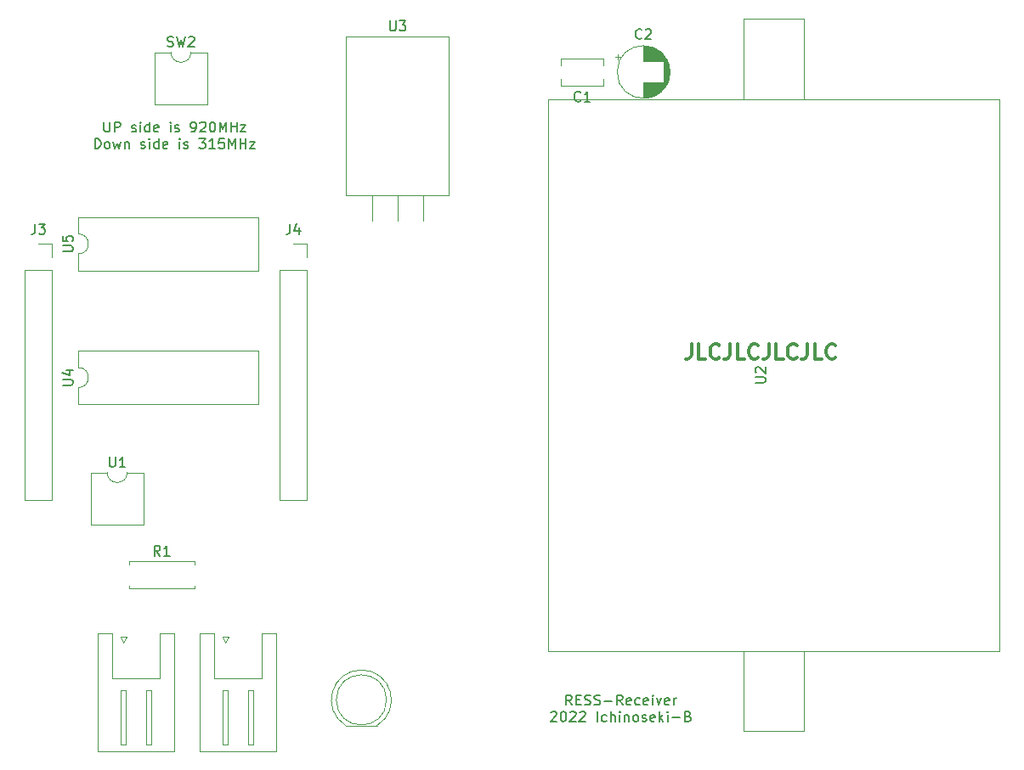
<source format=gbr>
%TF.GenerationSoftware,KiCad,Pcbnew,(5.1.9)-1*%
%TF.CreationDate,2022-08-08T16:35:08+09:00*%
%TF.ProjectId,Receiver,52656365-6976-4657-922e-6b696361645f,rev?*%
%TF.SameCoordinates,Original*%
%TF.FileFunction,Legend,Top*%
%TF.FilePolarity,Positive*%
%FSLAX46Y46*%
G04 Gerber Fmt 4.6, Leading zero omitted, Abs format (unit mm)*
G04 Created by KiCad (PCBNEW (5.1.9)-1) date 2022-08-08 16:35:08*
%MOMM*%
%LPD*%
G01*
G04 APERTURE LIST*
%ADD10C,0.150000*%
%ADD11C,0.300000*%
%ADD12C,0.120000*%
G04 APERTURE END LIST*
D10*
X111086190Y-90067380D02*
X111086190Y-90876904D01*
X111133809Y-90972142D01*
X111181428Y-91019761D01*
X111276666Y-91067380D01*
X111467142Y-91067380D01*
X111562380Y-91019761D01*
X111610000Y-90972142D01*
X111657619Y-90876904D01*
X111657619Y-90067380D01*
X112133809Y-91067380D02*
X112133809Y-90067380D01*
X112514761Y-90067380D01*
X112610000Y-90115000D01*
X112657619Y-90162619D01*
X112705238Y-90257857D01*
X112705238Y-90400714D01*
X112657619Y-90495952D01*
X112610000Y-90543571D01*
X112514761Y-90591190D01*
X112133809Y-90591190D01*
X113848095Y-91019761D02*
X113943333Y-91067380D01*
X114133809Y-91067380D01*
X114229047Y-91019761D01*
X114276666Y-90924523D01*
X114276666Y-90876904D01*
X114229047Y-90781666D01*
X114133809Y-90734047D01*
X113990952Y-90734047D01*
X113895714Y-90686428D01*
X113848095Y-90591190D01*
X113848095Y-90543571D01*
X113895714Y-90448333D01*
X113990952Y-90400714D01*
X114133809Y-90400714D01*
X114229047Y-90448333D01*
X114705238Y-91067380D02*
X114705238Y-90400714D01*
X114705238Y-90067380D02*
X114657619Y-90115000D01*
X114705238Y-90162619D01*
X114752857Y-90115000D01*
X114705238Y-90067380D01*
X114705238Y-90162619D01*
X115610000Y-91067380D02*
X115610000Y-90067380D01*
X115610000Y-91019761D02*
X115514761Y-91067380D01*
X115324285Y-91067380D01*
X115229047Y-91019761D01*
X115181428Y-90972142D01*
X115133809Y-90876904D01*
X115133809Y-90591190D01*
X115181428Y-90495952D01*
X115229047Y-90448333D01*
X115324285Y-90400714D01*
X115514761Y-90400714D01*
X115610000Y-90448333D01*
X116467142Y-91019761D02*
X116371904Y-91067380D01*
X116181428Y-91067380D01*
X116086190Y-91019761D01*
X116038571Y-90924523D01*
X116038571Y-90543571D01*
X116086190Y-90448333D01*
X116181428Y-90400714D01*
X116371904Y-90400714D01*
X116467142Y-90448333D01*
X116514761Y-90543571D01*
X116514761Y-90638809D01*
X116038571Y-90734047D01*
X117705238Y-91067380D02*
X117705238Y-90400714D01*
X117705238Y-90067380D02*
X117657619Y-90115000D01*
X117705238Y-90162619D01*
X117752857Y-90115000D01*
X117705238Y-90067380D01*
X117705238Y-90162619D01*
X118133809Y-91019761D02*
X118229047Y-91067380D01*
X118419523Y-91067380D01*
X118514761Y-91019761D01*
X118562380Y-90924523D01*
X118562380Y-90876904D01*
X118514761Y-90781666D01*
X118419523Y-90734047D01*
X118276666Y-90734047D01*
X118181428Y-90686428D01*
X118133809Y-90591190D01*
X118133809Y-90543571D01*
X118181428Y-90448333D01*
X118276666Y-90400714D01*
X118419523Y-90400714D01*
X118514761Y-90448333D01*
X119800476Y-91067380D02*
X119990952Y-91067380D01*
X120086190Y-91019761D01*
X120133809Y-90972142D01*
X120229047Y-90829285D01*
X120276666Y-90638809D01*
X120276666Y-90257857D01*
X120229047Y-90162619D01*
X120181428Y-90115000D01*
X120086190Y-90067380D01*
X119895714Y-90067380D01*
X119800476Y-90115000D01*
X119752857Y-90162619D01*
X119705238Y-90257857D01*
X119705238Y-90495952D01*
X119752857Y-90591190D01*
X119800476Y-90638809D01*
X119895714Y-90686428D01*
X120086190Y-90686428D01*
X120181428Y-90638809D01*
X120229047Y-90591190D01*
X120276666Y-90495952D01*
X120657619Y-90162619D02*
X120705238Y-90115000D01*
X120800476Y-90067380D01*
X121038571Y-90067380D01*
X121133809Y-90115000D01*
X121181428Y-90162619D01*
X121229047Y-90257857D01*
X121229047Y-90353095D01*
X121181428Y-90495952D01*
X120610000Y-91067380D01*
X121229047Y-91067380D01*
X121848095Y-90067380D02*
X121943333Y-90067380D01*
X122038571Y-90115000D01*
X122086190Y-90162619D01*
X122133809Y-90257857D01*
X122181428Y-90448333D01*
X122181428Y-90686428D01*
X122133809Y-90876904D01*
X122086190Y-90972142D01*
X122038571Y-91019761D01*
X121943333Y-91067380D01*
X121848095Y-91067380D01*
X121752857Y-91019761D01*
X121705238Y-90972142D01*
X121657619Y-90876904D01*
X121610000Y-90686428D01*
X121610000Y-90448333D01*
X121657619Y-90257857D01*
X121705238Y-90162619D01*
X121752857Y-90115000D01*
X121848095Y-90067380D01*
X122610000Y-91067380D02*
X122610000Y-90067380D01*
X122943333Y-90781666D01*
X123276666Y-90067380D01*
X123276666Y-91067380D01*
X123752857Y-91067380D02*
X123752857Y-90067380D01*
X123752857Y-90543571D02*
X124324285Y-90543571D01*
X124324285Y-91067380D02*
X124324285Y-90067380D01*
X124705238Y-90400714D02*
X125229047Y-90400714D01*
X124705238Y-91067380D01*
X125229047Y-91067380D01*
X110181428Y-92717380D02*
X110181428Y-91717380D01*
X110419523Y-91717380D01*
X110562380Y-91765000D01*
X110657619Y-91860238D01*
X110705238Y-91955476D01*
X110752857Y-92145952D01*
X110752857Y-92288809D01*
X110705238Y-92479285D01*
X110657619Y-92574523D01*
X110562380Y-92669761D01*
X110419523Y-92717380D01*
X110181428Y-92717380D01*
X111324285Y-92717380D02*
X111229047Y-92669761D01*
X111181428Y-92622142D01*
X111133809Y-92526904D01*
X111133809Y-92241190D01*
X111181428Y-92145952D01*
X111229047Y-92098333D01*
X111324285Y-92050714D01*
X111467142Y-92050714D01*
X111562380Y-92098333D01*
X111610000Y-92145952D01*
X111657619Y-92241190D01*
X111657619Y-92526904D01*
X111610000Y-92622142D01*
X111562380Y-92669761D01*
X111467142Y-92717380D01*
X111324285Y-92717380D01*
X111990952Y-92050714D02*
X112181428Y-92717380D01*
X112371904Y-92241190D01*
X112562380Y-92717380D01*
X112752857Y-92050714D01*
X113133809Y-92050714D02*
X113133809Y-92717380D01*
X113133809Y-92145952D02*
X113181428Y-92098333D01*
X113276666Y-92050714D01*
X113419523Y-92050714D01*
X113514761Y-92098333D01*
X113562380Y-92193571D01*
X113562380Y-92717380D01*
X114752857Y-92669761D02*
X114848095Y-92717380D01*
X115038571Y-92717380D01*
X115133809Y-92669761D01*
X115181428Y-92574523D01*
X115181428Y-92526904D01*
X115133809Y-92431666D01*
X115038571Y-92384047D01*
X114895714Y-92384047D01*
X114800476Y-92336428D01*
X114752857Y-92241190D01*
X114752857Y-92193571D01*
X114800476Y-92098333D01*
X114895714Y-92050714D01*
X115038571Y-92050714D01*
X115133809Y-92098333D01*
X115610000Y-92717380D02*
X115610000Y-92050714D01*
X115610000Y-91717380D02*
X115562380Y-91765000D01*
X115610000Y-91812619D01*
X115657619Y-91765000D01*
X115610000Y-91717380D01*
X115610000Y-91812619D01*
X116514761Y-92717380D02*
X116514761Y-91717380D01*
X116514761Y-92669761D02*
X116419523Y-92717380D01*
X116229047Y-92717380D01*
X116133809Y-92669761D01*
X116086190Y-92622142D01*
X116038571Y-92526904D01*
X116038571Y-92241190D01*
X116086190Y-92145952D01*
X116133809Y-92098333D01*
X116229047Y-92050714D01*
X116419523Y-92050714D01*
X116514761Y-92098333D01*
X117371904Y-92669761D02*
X117276666Y-92717380D01*
X117086190Y-92717380D01*
X116990952Y-92669761D01*
X116943333Y-92574523D01*
X116943333Y-92193571D01*
X116990952Y-92098333D01*
X117086190Y-92050714D01*
X117276666Y-92050714D01*
X117371904Y-92098333D01*
X117419523Y-92193571D01*
X117419523Y-92288809D01*
X116943333Y-92384047D01*
X118610000Y-92717380D02*
X118610000Y-92050714D01*
X118610000Y-91717380D02*
X118562380Y-91765000D01*
X118610000Y-91812619D01*
X118657619Y-91765000D01*
X118610000Y-91717380D01*
X118610000Y-91812619D01*
X119038571Y-92669761D02*
X119133809Y-92717380D01*
X119324285Y-92717380D01*
X119419523Y-92669761D01*
X119467142Y-92574523D01*
X119467142Y-92526904D01*
X119419523Y-92431666D01*
X119324285Y-92384047D01*
X119181428Y-92384047D01*
X119086190Y-92336428D01*
X119038571Y-92241190D01*
X119038571Y-92193571D01*
X119086190Y-92098333D01*
X119181428Y-92050714D01*
X119324285Y-92050714D01*
X119419523Y-92098333D01*
X120562380Y-91717380D02*
X121181428Y-91717380D01*
X120848095Y-92098333D01*
X120990952Y-92098333D01*
X121086190Y-92145952D01*
X121133809Y-92193571D01*
X121181428Y-92288809D01*
X121181428Y-92526904D01*
X121133809Y-92622142D01*
X121086190Y-92669761D01*
X120990952Y-92717380D01*
X120705238Y-92717380D01*
X120610000Y-92669761D01*
X120562380Y-92622142D01*
X122133809Y-92717380D02*
X121562380Y-92717380D01*
X121848095Y-92717380D02*
X121848095Y-91717380D01*
X121752857Y-91860238D01*
X121657619Y-91955476D01*
X121562380Y-92003095D01*
X123038571Y-91717380D02*
X122562380Y-91717380D01*
X122514761Y-92193571D01*
X122562380Y-92145952D01*
X122657619Y-92098333D01*
X122895714Y-92098333D01*
X122990952Y-92145952D01*
X123038571Y-92193571D01*
X123086190Y-92288809D01*
X123086190Y-92526904D01*
X123038571Y-92622142D01*
X122990952Y-92669761D01*
X122895714Y-92717380D01*
X122657619Y-92717380D01*
X122562380Y-92669761D01*
X122514761Y-92622142D01*
X123514761Y-92717380D02*
X123514761Y-91717380D01*
X123848095Y-92431666D01*
X124181428Y-91717380D01*
X124181428Y-92717380D01*
X124657619Y-92717380D02*
X124657619Y-91717380D01*
X124657619Y-92193571D02*
X125229047Y-92193571D01*
X125229047Y-92717380D02*
X125229047Y-91717380D01*
X125609999Y-92050714D02*
X126133809Y-92050714D01*
X125609999Y-92717380D01*
X126133809Y-92717380D01*
D11*
X169601428Y-112208571D02*
X169601428Y-113280000D01*
X169530000Y-113494285D01*
X169387142Y-113637142D01*
X169172857Y-113708571D01*
X169030000Y-113708571D01*
X171030000Y-113708571D02*
X170315714Y-113708571D01*
X170315714Y-112208571D01*
X172387142Y-113565714D02*
X172315714Y-113637142D01*
X172101428Y-113708571D01*
X171958571Y-113708571D01*
X171744285Y-113637142D01*
X171601428Y-113494285D01*
X171530000Y-113351428D01*
X171458571Y-113065714D01*
X171458571Y-112851428D01*
X171530000Y-112565714D01*
X171601428Y-112422857D01*
X171744285Y-112280000D01*
X171958571Y-112208571D01*
X172101428Y-112208571D01*
X172315714Y-112280000D01*
X172387142Y-112351428D01*
X173458571Y-112208571D02*
X173458571Y-113280000D01*
X173387142Y-113494285D01*
X173244285Y-113637142D01*
X173030000Y-113708571D01*
X172887142Y-113708571D01*
X174887142Y-113708571D02*
X174172857Y-113708571D01*
X174172857Y-112208571D01*
X176244285Y-113565714D02*
X176172857Y-113637142D01*
X175958571Y-113708571D01*
X175815714Y-113708571D01*
X175601428Y-113637142D01*
X175458571Y-113494285D01*
X175387142Y-113351428D01*
X175315714Y-113065714D01*
X175315714Y-112851428D01*
X175387142Y-112565714D01*
X175458571Y-112422857D01*
X175601428Y-112280000D01*
X175815714Y-112208571D01*
X175958571Y-112208571D01*
X176172857Y-112280000D01*
X176244285Y-112351428D01*
X177315714Y-112208571D02*
X177315714Y-113280000D01*
X177244285Y-113494285D01*
X177101428Y-113637142D01*
X176887142Y-113708571D01*
X176744285Y-113708571D01*
X178744285Y-113708571D02*
X178030000Y-113708571D01*
X178030000Y-112208571D01*
X180101428Y-113565714D02*
X180030000Y-113637142D01*
X179815714Y-113708571D01*
X179672857Y-113708571D01*
X179458571Y-113637142D01*
X179315714Y-113494285D01*
X179244285Y-113351428D01*
X179172857Y-113065714D01*
X179172857Y-112851428D01*
X179244285Y-112565714D01*
X179315714Y-112422857D01*
X179458571Y-112280000D01*
X179672857Y-112208571D01*
X179815714Y-112208571D01*
X180030000Y-112280000D01*
X180101428Y-112351428D01*
X181172857Y-112208571D02*
X181172857Y-113280000D01*
X181101428Y-113494285D01*
X180958571Y-113637142D01*
X180744285Y-113708571D01*
X180601428Y-113708571D01*
X182601428Y-113708571D02*
X181887142Y-113708571D01*
X181887142Y-112208571D01*
X183958571Y-113565714D02*
X183887142Y-113637142D01*
X183672857Y-113708571D01*
X183530000Y-113708571D01*
X183315714Y-113637142D01*
X183172857Y-113494285D01*
X183101428Y-113351428D01*
X183030000Y-113065714D01*
X183030000Y-112851428D01*
X183101428Y-112565714D01*
X183172857Y-112422857D01*
X183315714Y-112280000D01*
X183530000Y-112208571D01*
X183672857Y-112208571D01*
X183887142Y-112280000D01*
X183958571Y-112351428D01*
D10*
X157702857Y-148217380D02*
X157369523Y-147741190D01*
X157131428Y-148217380D02*
X157131428Y-147217380D01*
X157512380Y-147217380D01*
X157607619Y-147265000D01*
X157655238Y-147312619D01*
X157702857Y-147407857D01*
X157702857Y-147550714D01*
X157655238Y-147645952D01*
X157607619Y-147693571D01*
X157512380Y-147741190D01*
X157131428Y-147741190D01*
X158131428Y-147693571D02*
X158464761Y-147693571D01*
X158607619Y-148217380D02*
X158131428Y-148217380D01*
X158131428Y-147217380D01*
X158607619Y-147217380D01*
X158988571Y-148169761D02*
X159131428Y-148217380D01*
X159369523Y-148217380D01*
X159464761Y-148169761D01*
X159512380Y-148122142D01*
X159560000Y-148026904D01*
X159560000Y-147931666D01*
X159512380Y-147836428D01*
X159464761Y-147788809D01*
X159369523Y-147741190D01*
X159179047Y-147693571D01*
X159083809Y-147645952D01*
X159036190Y-147598333D01*
X158988571Y-147503095D01*
X158988571Y-147407857D01*
X159036190Y-147312619D01*
X159083809Y-147265000D01*
X159179047Y-147217380D01*
X159417142Y-147217380D01*
X159560000Y-147265000D01*
X159940952Y-148169761D02*
X160083809Y-148217380D01*
X160321904Y-148217380D01*
X160417142Y-148169761D01*
X160464761Y-148122142D01*
X160512380Y-148026904D01*
X160512380Y-147931666D01*
X160464761Y-147836428D01*
X160417142Y-147788809D01*
X160321904Y-147741190D01*
X160131428Y-147693571D01*
X160036190Y-147645952D01*
X159988571Y-147598333D01*
X159940952Y-147503095D01*
X159940952Y-147407857D01*
X159988571Y-147312619D01*
X160036190Y-147265000D01*
X160131428Y-147217380D01*
X160369523Y-147217380D01*
X160512380Y-147265000D01*
X160940952Y-147836428D02*
X161702857Y-147836428D01*
X162750476Y-148217380D02*
X162417142Y-147741190D01*
X162179047Y-148217380D02*
X162179047Y-147217380D01*
X162560000Y-147217380D01*
X162655238Y-147265000D01*
X162702857Y-147312619D01*
X162750476Y-147407857D01*
X162750476Y-147550714D01*
X162702857Y-147645952D01*
X162655238Y-147693571D01*
X162560000Y-147741190D01*
X162179047Y-147741190D01*
X163560000Y-148169761D02*
X163464761Y-148217380D01*
X163274285Y-148217380D01*
X163179047Y-148169761D01*
X163131428Y-148074523D01*
X163131428Y-147693571D01*
X163179047Y-147598333D01*
X163274285Y-147550714D01*
X163464761Y-147550714D01*
X163560000Y-147598333D01*
X163607619Y-147693571D01*
X163607619Y-147788809D01*
X163131428Y-147884047D01*
X164464761Y-148169761D02*
X164369523Y-148217380D01*
X164179047Y-148217380D01*
X164083809Y-148169761D01*
X164036190Y-148122142D01*
X163988571Y-148026904D01*
X163988571Y-147741190D01*
X164036190Y-147645952D01*
X164083809Y-147598333D01*
X164179047Y-147550714D01*
X164369523Y-147550714D01*
X164464761Y-147598333D01*
X165274285Y-148169761D02*
X165179047Y-148217380D01*
X164988571Y-148217380D01*
X164893333Y-148169761D01*
X164845714Y-148074523D01*
X164845714Y-147693571D01*
X164893333Y-147598333D01*
X164988571Y-147550714D01*
X165179047Y-147550714D01*
X165274285Y-147598333D01*
X165321904Y-147693571D01*
X165321904Y-147788809D01*
X164845714Y-147884047D01*
X165750476Y-148217380D02*
X165750476Y-147550714D01*
X165750476Y-147217380D02*
X165702857Y-147265000D01*
X165750476Y-147312619D01*
X165798095Y-147265000D01*
X165750476Y-147217380D01*
X165750476Y-147312619D01*
X166131428Y-147550714D02*
X166369523Y-148217380D01*
X166607619Y-147550714D01*
X167369523Y-148169761D02*
X167274285Y-148217380D01*
X167083809Y-148217380D01*
X166988571Y-148169761D01*
X166940952Y-148074523D01*
X166940952Y-147693571D01*
X166988571Y-147598333D01*
X167083809Y-147550714D01*
X167274285Y-147550714D01*
X167369523Y-147598333D01*
X167417142Y-147693571D01*
X167417142Y-147788809D01*
X166940952Y-147884047D01*
X167845714Y-148217380D02*
X167845714Y-147550714D01*
X167845714Y-147741190D02*
X167893333Y-147645952D01*
X167940952Y-147598333D01*
X168036190Y-147550714D01*
X168131428Y-147550714D01*
X155607619Y-148962619D02*
X155655238Y-148915000D01*
X155750476Y-148867380D01*
X155988571Y-148867380D01*
X156083809Y-148915000D01*
X156131428Y-148962619D01*
X156179047Y-149057857D01*
X156179047Y-149153095D01*
X156131428Y-149295952D01*
X155560000Y-149867380D01*
X156179047Y-149867380D01*
X156798095Y-148867380D02*
X156893333Y-148867380D01*
X156988571Y-148915000D01*
X157036190Y-148962619D01*
X157083809Y-149057857D01*
X157131428Y-149248333D01*
X157131428Y-149486428D01*
X157083809Y-149676904D01*
X157036190Y-149772142D01*
X156988571Y-149819761D01*
X156893333Y-149867380D01*
X156798095Y-149867380D01*
X156702857Y-149819761D01*
X156655238Y-149772142D01*
X156607619Y-149676904D01*
X156560000Y-149486428D01*
X156560000Y-149248333D01*
X156607619Y-149057857D01*
X156655238Y-148962619D01*
X156702857Y-148915000D01*
X156798095Y-148867380D01*
X157512380Y-148962619D02*
X157560000Y-148915000D01*
X157655238Y-148867380D01*
X157893333Y-148867380D01*
X157988571Y-148915000D01*
X158036190Y-148962619D01*
X158083809Y-149057857D01*
X158083809Y-149153095D01*
X158036190Y-149295952D01*
X157464761Y-149867380D01*
X158083809Y-149867380D01*
X158464761Y-148962619D02*
X158512380Y-148915000D01*
X158607619Y-148867380D01*
X158845714Y-148867380D01*
X158940952Y-148915000D01*
X158988571Y-148962619D01*
X159036190Y-149057857D01*
X159036190Y-149153095D01*
X158988571Y-149295952D01*
X158417142Y-149867380D01*
X159036190Y-149867380D01*
X160226666Y-149867380D02*
X160226666Y-148867380D01*
X161131428Y-149819761D02*
X161036190Y-149867380D01*
X160845714Y-149867380D01*
X160750476Y-149819761D01*
X160702857Y-149772142D01*
X160655238Y-149676904D01*
X160655238Y-149391190D01*
X160702857Y-149295952D01*
X160750476Y-149248333D01*
X160845714Y-149200714D01*
X161036190Y-149200714D01*
X161131428Y-149248333D01*
X161560000Y-149867380D02*
X161560000Y-148867380D01*
X161988571Y-149867380D02*
X161988571Y-149343571D01*
X161940952Y-149248333D01*
X161845714Y-149200714D01*
X161702857Y-149200714D01*
X161607619Y-149248333D01*
X161560000Y-149295952D01*
X162464761Y-149867380D02*
X162464761Y-149200714D01*
X162464761Y-148867380D02*
X162417142Y-148915000D01*
X162464761Y-148962619D01*
X162512380Y-148915000D01*
X162464761Y-148867380D01*
X162464761Y-148962619D01*
X162940952Y-149200714D02*
X162940952Y-149867380D01*
X162940952Y-149295952D02*
X162988571Y-149248333D01*
X163083809Y-149200714D01*
X163226666Y-149200714D01*
X163321904Y-149248333D01*
X163369523Y-149343571D01*
X163369523Y-149867380D01*
X163988571Y-149867380D02*
X163893333Y-149819761D01*
X163845714Y-149772142D01*
X163798095Y-149676904D01*
X163798095Y-149391190D01*
X163845714Y-149295952D01*
X163893333Y-149248333D01*
X163988571Y-149200714D01*
X164131428Y-149200714D01*
X164226666Y-149248333D01*
X164274285Y-149295952D01*
X164321904Y-149391190D01*
X164321904Y-149676904D01*
X164274285Y-149772142D01*
X164226666Y-149819761D01*
X164131428Y-149867380D01*
X163988571Y-149867380D01*
X164702857Y-149819761D02*
X164798095Y-149867380D01*
X164988571Y-149867380D01*
X165083809Y-149819761D01*
X165131428Y-149724523D01*
X165131428Y-149676904D01*
X165083809Y-149581666D01*
X164988571Y-149534047D01*
X164845714Y-149534047D01*
X164750476Y-149486428D01*
X164702857Y-149391190D01*
X164702857Y-149343571D01*
X164750476Y-149248333D01*
X164845714Y-149200714D01*
X164988571Y-149200714D01*
X165083809Y-149248333D01*
X165940952Y-149819761D02*
X165845714Y-149867380D01*
X165655238Y-149867380D01*
X165560000Y-149819761D01*
X165512380Y-149724523D01*
X165512380Y-149343571D01*
X165560000Y-149248333D01*
X165655238Y-149200714D01*
X165845714Y-149200714D01*
X165940952Y-149248333D01*
X165988571Y-149343571D01*
X165988571Y-149438809D01*
X165512380Y-149534047D01*
X166417142Y-149867380D02*
X166417142Y-148867380D01*
X166512380Y-149486428D02*
X166798095Y-149867380D01*
X166798095Y-149200714D02*
X166417142Y-149581666D01*
X167226666Y-149867380D02*
X167226666Y-149200714D01*
X167226666Y-148867380D02*
X167179047Y-148915000D01*
X167226666Y-148962619D01*
X167274285Y-148915000D01*
X167226666Y-148867380D01*
X167226666Y-148962619D01*
X167702857Y-149486428D02*
X168464761Y-149486428D01*
X169274285Y-149343571D02*
X169417142Y-149391190D01*
X169464761Y-149438809D01*
X169512380Y-149534047D01*
X169512380Y-149676904D01*
X169464761Y-149772142D01*
X169417142Y-149819761D01*
X169321904Y-149867380D01*
X168940952Y-149867380D01*
X168940952Y-148867380D01*
X169274285Y-148867380D01*
X169369523Y-148915000D01*
X169417142Y-148962619D01*
X169464761Y-149057857D01*
X169464761Y-149153095D01*
X169417142Y-149248333D01*
X169369523Y-149295952D01*
X169274285Y-149343571D01*
X168940952Y-149343571D01*
D12*
%TO.C,U2*%
X180800000Y-79820000D02*
X180800000Y-83820000D01*
X174800000Y-79820000D02*
X180800000Y-79820000D01*
X174800000Y-83820000D02*
X174800000Y-79820000D01*
X174800000Y-150820000D02*
X174800000Y-146820000D01*
X180800000Y-150820000D02*
X174800000Y-150820000D01*
X180800000Y-146820000D02*
X180800000Y-150820000D01*
X180800000Y-146820000D02*
X180800000Y-142820000D01*
X174800000Y-146820000D02*
X174800000Y-142820000D01*
X174800000Y-83820000D02*
X174800000Y-87820000D01*
X180800000Y-83820000D02*
X180800000Y-87820000D01*
X155300000Y-142820000D02*
X155300000Y-115320000D01*
X200300000Y-142820000D02*
X155300000Y-142820000D01*
X200300000Y-115320000D02*
X200300000Y-142820000D01*
X155300000Y-87820000D02*
X200300000Y-87820000D01*
X155300000Y-115320000D02*
X155300000Y-87820000D01*
X200300000Y-115320000D02*
X200300000Y-87820000D01*
%TO.C,J3*%
X104540000Y-102250000D02*
X105870000Y-102250000D01*
X105870000Y-102250000D02*
X105870000Y-103580000D01*
X105870000Y-104850000D02*
X105870000Y-127770000D01*
X103210000Y-127770000D02*
X105870000Y-127770000D01*
X103210000Y-104850000D02*
X103210000Y-127770000D01*
X103210000Y-104850000D02*
X105870000Y-104850000D01*
%TO.C,J4*%
X128610000Y-104850000D02*
X131270000Y-104850000D01*
X128610000Y-104850000D02*
X128610000Y-127770000D01*
X128610000Y-127770000D02*
X131270000Y-127770000D01*
X131270000Y-104850000D02*
X131270000Y-127770000D01*
X131270000Y-102250000D02*
X131270000Y-103580000D01*
X129940000Y-102250000D02*
X131270000Y-102250000D01*
%TO.C,J5*%
X123490000Y-141410000D02*
X123190000Y-142010000D01*
X122890000Y-141410000D02*
X123490000Y-141410000D01*
X123190000Y-142010000D02*
X122890000Y-141410000D01*
X125940000Y-146710000D02*
X125440000Y-146710000D01*
X125940000Y-152210000D02*
X125940000Y-146710000D01*
X125440000Y-152210000D02*
X125940000Y-152210000D01*
X125440000Y-146710000D02*
X125440000Y-152210000D01*
X123440000Y-146710000D02*
X122940000Y-146710000D01*
X123440000Y-152210000D02*
X123440000Y-146710000D01*
X122940000Y-152210000D02*
X123440000Y-152210000D01*
X122940000Y-146710000D02*
X122940000Y-152210000D01*
X126830000Y-145600000D02*
X124440000Y-145600000D01*
X126830000Y-141100000D02*
X126830000Y-145600000D01*
X128250000Y-141100000D02*
X126830000Y-141100000D01*
X128250000Y-152820000D02*
X128250000Y-141100000D01*
X124440000Y-152820000D02*
X128250000Y-152820000D01*
X122050000Y-145600000D02*
X124440000Y-145600000D01*
X122050000Y-141100000D02*
X122050000Y-145600000D01*
X120630000Y-141100000D02*
X122050000Y-141100000D01*
X120630000Y-152820000D02*
X120630000Y-141100000D01*
X124440000Y-152820000D02*
X120630000Y-152820000D01*
%TO.C,J6*%
X113330000Y-141410000D02*
X113030000Y-142010000D01*
X112730000Y-141410000D02*
X113330000Y-141410000D01*
X113030000Y-142010000D02*
X112730000Y-141410000D01*
X115780000Y-146710000D02*
X115280000Y-146710000D01*
X115780000Y-152210000D02*
X115780000Y-146710000D01*
X115280000Y-152210000D02*
X115780000Y-152210000D01*
X115280000Y-146710000D02*
X115280000Y-152210000D01*
X113280000Y-146710000D02*
X112780000Y-146710000D01*
X113280000Y-152210000D02*
X113280000Y-146710000D01*
X112780000Y-152210000D02*
X113280000Y-152210000D01*
X112780000Y-146710000D02*
X112780000Y-152210000D01*
X116670000Y-145600000D02*
X114280000Y-145600000D01*
X116670000Y-141100000D02*
X116670000Y-145600000D01*
X118090000Y-141100000D02*
X116670000Y-141100000D01*
X118090000Y-152820000D02*
X118090000Y-141100000D01*
X114280000Y-152820000D02*
X118090000Y-152820000D01*
X111890000Y-145600000D02*
X114280000Y-145600000D01*
X111890000Y-141100000D02*
X111890000Y-145600000D01*
X110470000Y-141100000D02*
X111890000Y-141100000D01*
X110470000Y-152820000D02*
X110470000Y-141100000D01*
X114280000Y-152820000D02*
X110470000Y-152820000D01*
%TO.C,D1*%
X139225000Y-147715000D02*
G75*
G03*
X139225000Y-147715000I-2500000J0D01*
G01*
X135180000Y-150275000D02*
X138270000Y-150275000D01*
X136725462Y-144725000D02*
G75*
G03*
X135180170Y-150275000I-462J-2990000D01*
G01*
X136724538Y-144725000D02*
G75*
G02*
X138269830Y-150275000I462J-2990000D01*
G01*
%TO.C,SW2*%
X117745000Y-83125000D02*
X116095000Y-83125000D01*
X116095000Y-83125000D02*
X116095000Y-88325000D01*
X116095000Y-88325000D02*
X121395000Y-88325000D01*
X121395000Y-88325000D02*
X121395000Y-83125000D01*
X121395000Y-83125000D02*
X119745000Y-83125000D01*
X119745000Y-83125000D02*
G75*
G02*
X117745000Y-83125000I-1000000J0D01*
G01*
%TO.C,U4*%
X108525000Y-116570000D02*
X108525000Y-118220000D01*
X108525000Y-118220000D02*
X126425000Y-118220000D01*
X126425000Y-118220000D02*
X126425000Y-112920000D01*
X126425000Y-112920000D02*
X108525000Y-112920000D01*
X108525000Y-112920000D02*
X108525000Y-114570000D01*
X108525000Y-114570000D02*
G75*
G02*
X108525000Y-116570000I0J-1000000D01*
G01*
%TO.C,U5*%
X108525000Y-99585000D02*
X108525000Y-101235000D01*
X126425000Y-99585000D02*
X108525000Y-99585000D01*
X126425000Y-104885000D02*
X126425000Y-99585000D01*
X108525000Y-104885000D02*
X126425000Y-104885000D01*
X108525000Y-103235000D02*
X108525000Y-104885000D01*
X108525000Y-101235000D02*
G75*
G02*
X108525000Y-103235000I0J-1000000D01*
G01*
%TO.C,R1*%
X113570000Y-134215000D02*
X113570000Y-133885000D01*
X113570000Y-133885000D02*
X120110000Y-133885000D01*
X120110000Y-133885000D02*
X120110000Y-134215000D01*
X113570000Y-136295000D02*
X113570000Y-136625000D01*
X113570000Y-136625000D02*
X120110000Y-136625000D01*
X120110000Y-136625000D02*
X120110000Y-136295000D01*
%TO.C,U1*%
X111395000Y-125035000D02*
X109745000Y-125035000D01*
X109745000Y-125035000D02*
X109745000Y-130235000D01*
X109745000Y-130235000D02*
X115045000Y-130235000D01*
X115045000Y-130235000D02*
X115045000Y-125035000D01*
X115045000Y-125035000D02*
X113395000Y-125035000D01*
X113395000Y-125035000D02*
G75*
G02*
X111395000Y-125035000I-1000000J0D01*
G01*
%TO.C,C1*%
X160850000Y-86460000D02*
X156610000Y-86460000D01*
X160850000Y-83720000D02*
X156610000Y-83720000D01*
X160850000Y-86460000D02*
X160850000Y-85755000D01*
X160850000Y-84425000D02*
X160850000Y-83720000D01*
X156610000Y-86460000D02*
X156610000Y-85755000D01*
X156610000Y-84425000D02*
X156610000Y-83720000D01*
%TO.C,C2*%
X167450000Y-85090000D02*
G75*
G03*
X167450000Y-85090000I-2620000J0D01*
G01*
X164830000Y-86130000D02*
X164830000Y-87670000D01*
X164830000Y-82510000D02*
X164830000Y-84050000D01*
X164870000Y-86130000D02*
X164870000Y-87670000D01*
X164870000Y-82510000D02*
X164870000Y-84050000D01*
X164910000Y-82511000D02*
X164910000Y-84050000D01*
X164910000Y-86130000D02*
X164910000Y-87669000D01*
X164950000Y-82512000D02*
X164950000Y-84050000D01*
X164950000Y-86130000D02*
X164950000Y-87668000D01*
X164990000Y-82514000D02*
X164990000Y-84050000D01*
X164990000Y-86130000D02*
X164990000Y-87666000D01*
X165030000Y-82517000D02*
X165030000Y-84050000D01*
X165030000Y-86130000D02*
X165030000Y-87663000D01*
X165070000Y-82521000D02*
X165070000Y-84050000D01*
X165070000Y-86130000D02*
X165070000Y-87659000D01*
X165110000Y-82525000D02*
X165110000Y-84050000D01*
X165110000Y-86130000D02*
X165110000Y-87655000D01*
X165150000Y-82529000D02*
X165150000Y-84050000D01*
X165150000Y-86130000D02*
X165150000Y-87651000D01*
X165190000Y-82534000D02*
X165190000Y-84050000D01*
X165190000Y-86130000D02*
X165190000Y-87646000D01*
X165230000Y-82540000D02*
X165230000Y-84050000D01*
X165230000Y-86130000D02*
X165230000Y-87640000D01*
X165270000Y-82547000D02*
X165270000Y-84050000D01*
X165270000Y-86130000D02*
X165270000Y-87633000D01*
X165310000Y-82554000D02*
X165310000Y-84050000D01*
X165310000Y-86130000D02*
X165310000Y-87626000D01*
X165350000Y-82562000D02*
X165350000Y-84050000D01*
X165350000Y-86130000D02*
X165350000Y-87618000D01*
X165390000Y-82570000D02*
X165390000Y-84050000D01*
X165390000Y-86130000D02*
X165390000Y-87610000D01*
X165430000Y-82579000D02*
X165430000Y-84050000D01*
X165430000Y-86130000D02*
X165430000Y-87601000D01*
X165470000Y-82589000D02*
X165470000Y-84050000D01*
X165470000Y-86130000D02*
X165470000Y-87591000D01*
X165510000Y-82599000D02*
X165510000Y-84050000D01*
X165510000Y-86130000D02*
X165510000Y-87581000D01*
X165551000Y-82610000D02*
X165551000Y-84050000D01*
X165551000Y-86130000D02*
X165551000Y-87570000D01*
X165591000Y-82622000D02*
X165591000Y-84050000D01*
X165591000Y-86130000D02*
X165591000Y-87558000D01*
X165631000Y-82635000D02*
X165631000Y-84050000D01*
X165631000Y-86130000D02*
X165631000Y-87545000D01*
X165671000Y-82648000D02*
X165671000Y-84050000D01*
X165671000Y-86130000D02*
X165671000Y-87532000D01*
X165711000Y-82662000D02*
X165711000Y-84050000D01*
X165711000Y-86130000D02*
X165711000Y-87518000D01*
X165751000Y-82676000D02*
X165751000Y-84050000D01*
X165751000Y-86130000D02*
X165751000Y-87504000D01*
X165791000Y-82692000D02*
X165791000Y-84050000D01*
X165791000Y-86130000D02*
X165791000Y-87488000D01*
X165831000Y-82708000D02*
X165831000Y-84050000D01*
X165831000Y-86130000D02*
X165831000Y-87472000D01*
X165871000Y-82725000D02*
X165871000Y-84050000D01*
X165871000Y-86130000D02*
X165871000Y-87455000D01*
X165911000Y-82742000D02*
X165911000Y-84050000D01*
X165911000Y-86130000D02*
X165911000Y-87438000D01*
X165951000Y-82761000D02*
X165951000Y-84050000D01*
X165951000Y-86130000D02*
X165951000Y-87419000D01*
X165991000Y-82780000D02*
X165991000Y-84050000D01*
X165991000Y-86130000D02*
X165991000Y-87400000D01*
X166031000Y-82800000D02*
X166031000Y-84050000D01*
X166031000Y-86130000D02*
X166031000Y-87380000D01*
X166071000Y-82822000D02*
X166071000Y-84050000D01*
X166071000Y-86130000D02*
X166071000Y-87358000D01*
X166111000Y-82843000D02*
X166111000Y-84050000D01*
X166111000Y-86130000D02*
X166111000Y-87337000D01*
X166151000Y-82866000D02*
X166151000Y-84050000D01*
X166151000Y-86130000D02*
X166151000Y-87314000D01*
X166191000Y-82890000D02*
X166191000Y-84050000D01*
X166191000Y-86130000D02*
X166191000Y-87290000D01*
X166231000Y-82915000D02*
X166231000Y-84050000D01*
X166231000Y-86130000D02*
X166231000Y-87265000D01*
X166271000Y-82941000D02*
X166271000Y-84050000D01*
X166271000Y-86130000D02*
X166271000Y-87239000D01*
X166311000Y-82968000D02*
X166311000Y-84050000D01*
X166311000Y-86130000D02*
X166311000Y-87212000D01*
X166351000Y-82995000D02*
X166351000Y-84050000D01*
X166351000Y-86130000D02*
X166351000Y-87185000D01*
X166391000Y-83025000D02*
X166391000Y-84050000D01*
X166391000Y-86130000D02*
X166391000Y-87155000D01*
X166431000Y-83055000D02*
X166431000Y-84050000D01*
X166431000Y-86130000D02*
X166431000Y-87125000D01*
X166471000Y-83086000D02*
X166471000Y-84050000D01*
X166471000Y-86130000D02*
X166471000Y-87094000D01*
X166511000Y-83119000D02*
X166511000Y-84050000D01*
X166511000Y-86130000D02*
X166511000Y-87061000D01*
X166551000Y-83153000D02*
X166551000Y-84050000D01*
X166551000Y-86130000D02*
X166551000Y-87027000D01*
X166591000Y-83189000D02*
X166591000Y-84050000D01*
X166591000Y-86130000D02*
X166591000Y-86991000D01*
X166631000Y-83226000D02*
X166631000Y-84050000D01*
X166631000Y-86130000D02*
X166631000Y-86954000D01*
X166671000Y-83264000D02*
X166671000Y-84050000D01*
X166671000Y-86130000D02*
X166671000Y-86916000D01*
X166711000Y-83305000D02*
X166711000Y-84050000D01*
X166711000Y-86130000D02*
X166711000Y-86875000D01*
X166751000Y-83347000D02*
X166751000Y-84050000D01*
X166751000Y-86130000D02*
X166751000Y-86833000D01*
X166791000Y-83391000D02*
X166791000Y-84050000D01*
X166791000Y-86130000D02*
X166791000Y-86789000D01*
X166831000Y-83437000D02*
X166831000Y-84050000D01*
X166831000Y-86130000D02*
X166831000Y-86743000D01*
X166871000Y-83485000D02*
X166871000Y-86695000D01*
X166911000Y-83536000D02*
X166911000Y-86644000D01*
X166951000Y-83590000D02*
X166951000Y-86590000D01*
X166991000Y-83647000D02*
X166991000Y-86533000D01*
X167031000Y-83707000D02*
X167031000Y-86473000D01*
X167071000Y-83771000D02*
X167071000Y-86409000D01*
X167111000Y-83839000D02*
X167111000Y-86341000D01*
X167151000Y-83912000D02*
X167151000Y-86268000D01*
X167191000Y-83992000D02*
X167191000Y-86188000D01*
X167231000Y-84079000D02*
X167231000Y-86101000D01*
X167271000Y-84175000D02*
X167271000Y-86005000D01*
X167311000Y-84285000D02*
X167311000Y-85895000D01*
X167351000Y-84413000D02*
X167351000Y-85767000D01*
X167391000Y-84572000D02*
X167391000Y-85608000D01*
X167431000Y-84806000D02*
X167431000Y-85374000D01*
X162025225Y-83615000D02*
X162525225Y-83615000D01*
X162275225Y-83365000D02*
X162275225Y-83865000D01*
%TO.C,U3*%
X135215000Y-97425000D02*
X145455000Y-97425000D01*
X135215000Y-81535000D02*
X145455000Y-81535000D01*
X135215000Y-81535000D02*
X135215000Y-97425000D01*
X145455000Y-81535000D02*
X145455000Y-97425000D01*
X137795000Y-97425000D02*
X137795000Y-99965000D01*
X140335000Y-97425000D02*
X140335000Y-99965000D01*
X142875000Y-97425000D02*
X142875000Y-99965000D01*
%TO.C,U2*%
D10*
X175982380Y-116081904D02*
X176791904Y-116081904D01*
X176887142Y-116034285D01*
X176934761Y-115986666D01*
X176982380Y-115891428D01*
X176982380Y-115700952D01*
X176934761Y-115605714D01*
X176887142Y-115558095D01*
X176791904Y-115510476D01*
X175982380Y-115510476D01*
X176077619Y-115081904D02*
X176030000Y-115034285D01*
X175982380Y-114939047D01*
X175982380Y-114700952D01*
X176030000Y-114605714D01*
X176077619Y-114558095D01*
X176172857Y-114510476D01*
X176268095Y-114510476D01*
X176410952Y-114558095D01*
X176982380Y-115129523D01*
X176982380Y-114510476D01*
%TO.C,J3*%
X104206666Y-100262380D02*
X104206666Y-100976666D01*
X104159047Y-101119523D01*
X104063809Y-101214761D01*
X103920952Y-101262380D01*
X103825714Y-101262380D01*
X104587619Y-100262380D02*
X105206666Y-100262380D01*
X104873333Y-100643333D01*
X105016190Y-100643333D01*
X105111428Y-100690952D01*
X105159047Y-100738571D01*
X105206666Y-100833809D01*
X105206666Y-101071904D01*
X105159047Y-101167142D01*
X105111428Y-101214761D01*
X105016190Y-101262380D01*
X104730476Y-101262380D01*
X104635238Y-101214761D01*
X104587619Y-101167142D01*
%TO.C,J4*%
X129606666Y-100262380D02*
X129606666Y-100976666D01*
X129559047Y-101119523D01*
X129463809Y-101214761D01*
X129320952Y-101262380D01*
X129225714Y-101262380D01*
X130511428Y-100595714D02*
X130511428Y-101262380D01*
X130273333Y-100214761D02*
X130035238Y-100929047D01*
X130654285Y-100929047D01*
%TO.C,SW2*%
X117411666Y-82529761D02*
X117554523Y-82577380D01*
X117792619Y-82577380D01*
X117887857Y-82529761D01*
X117935476Y-82482142D01*
X117983095Y-82386904D01*
X117983095Y-82291666D01*
X117935476Y-82196428D01*
X117887857Y-82148809D01*
X117792619Y-82101190D01*
X117602142Y-82053571D01*
X117506904Y-82005952D01*
X117459285Y-81958333D01*
X117411666Y-81863095D01*
X117411666Y-81767857D01*
X117459285Y-81672619D01*
X117506904Y-81625000D01*
X117602142Y-81577380D01*
X117840238Y-81577380D01*
X117983095Y-81625000D01*
X118316428Y-81577380D02*
X118554523Y-82577380D01*
X118745000Y-81863095D01*
X118935476Y-82577380D01*
X119173571Y-81577380D01*
X119506904Y-81672619D02*
X119554523Y-81625000D01*
X119649761Y-81577380D01*
X119887857Y-81577380D01*
X119983095Y-81625000D01*
X120030714Y-81672619D01*
X120078333Y-81767857D01*
X120078333Y-81863095D01*
X120030714Y-82005952D01*
X119459285Y-82577380D01*
X120078333Y-82577380D01*
%TO.C,U4*%
X106977380Y-116331904D02*
X107786904Y-116331904D01*
X107882142Y-116284285D01*
X107929761Y-116236666D01*
X107977380Y-116141428D01*
X107977380Y-115950952D01*
X107929761Y-115855714D01*
X107882142Y-115808095D01*
X107786904Y-115760476D01*
X106977380Y-115760476D01*
X107310714Y-114855714D02*
X107977380Y-114855714D01*
X106929761Y-115093809D02*
X107644047Y-115331904D01*
X107644047Y-114712857D01*
%TO.C,U5*%
X106977380Y-102996904D02*
X107786904Y-102996904D01*
X107882142Y-102949285D01*
X107929761Y-102901666D01*
X107977380Y-102806428D01*
X107977380Y-102615952D01*
X107929761Y-102520714D01*
X107882142Y-102473095D01*
X107786904Y-102425476D01*
X106977380Y-102425476D01*
X106977380Y-101473095D02*
X106977380Y-101949285D01*
X107453571Y-101996904D01*
X107405952Y-101949285D01*
X107358333Y-101854047D01*
X107358333Y-101615952D01*
X107405952Y-101520714D01*
X107453571Y-101473095D01*
X107548809Y-101425476D01*
X107786904Y-101425476D01*
X107882142Y-101473095D01*
X107929761Y-101520714D01*
X107977380Y-101615952D01*
X107977380Y-101854047D01*
X107929761Y-101949285D01*
X107882142Y-101996904D01*
%TO.C,R1*%
X116673333Y-133337380D02*
X116340000Y-132861190D01*
X116101904Y-133337380D02*
X116101904Y-132337380D01*
X116482857Y-132337380D01*
X116578095Y-132385000D01*
X116625714Y-132432619D01*
X116673333Y-132527857D01*
X116673333Y-132670714D01*
X116625714Y-132765952D01*
X116578095Y-132813571D01*
X116482857Y-132861190D01*
X116101904Y-132861190D01*
X117625714Y-133337380D02*
X117054285Y-133337380D01*
X117340000Y-133337380D02*
X117340000Y-132337380D01*
X117244761Y-132480238D01*
X117149523Y-132575476D01*
X117054285Y-132623095D01*
%TO.C,U1*%
X111633095Y-123487380D02*
X111633095Y-124296904D01*
X111680714Y-124392142D01*
X111728333Y-124439761D01*
X111823571Y-124487380D01*
X112014047Y-124487380D01*
X112109285Y-124439761D01*
X112156904Y-124392142D01*
X112204523Y-124296904D01*
X112204523Y-123487380D01*
X113204523Y-124487380D02*
X112633095Y-124487380D01*
X112918809Y-124487380D02*
X112918809Y-123487380D01*
X112823571Y-123630238D01*
X112728333Y-123725476D01*
X112633095Y-123773095D01*
%TO.C,C1*%
X158563333Y-87947142D02*
X158515714Y-87994761D01*
X158372857Y-88042380D01*
X158277619Y-88042380D01*
X158134761Y-87994761D01*
X158039523Y-87899523D01*
X157991904Y-87804285D01*
X157944285Y-87613809D01*
X157944285Y-87470952D01*
X157991904Y-87280476D01*
X158039523Y-87185238D01*
X158134761Y-87090000D01*
X158277619Y-87042380D01*
X158372857Y-87042380D01*
X158515714Y-87090000D01*
X158563333Y-87137619D01*
X159515714Y-88042380D02*
X158944285Y-88042380D01*
X159230000Y-88042380D02*
X159230000Y-87042380D01*
X159134761Y-87185238D01*
X159039523Y-87280476D01*
X158944285Y-87328095D01*
%TO.C,C2*%
X164663333Y-81697142D02*
X164615714Y-81744761D01*
X164472857Y-81792380D01*
X164377619Y-81792380D01*
X164234761Y-81744761D01*
X164139523Y-81649523D01*
X164091904Y-81554285D01*
X164044285Y-81363809D01*
X164044285Y-81220952D01*
X164091904Y-81030476D01*
X164139523Y-80935238D01*
X164234761Y-80840000D01*
X164377619Y-80792380D01*
X164472857Y-80792380D01*
X164615714Y-80840000D01*
X164663333Y-80887619D01*
X165044285Y-80887619D02*
X165091904Y-80840000D01*
X165187142Y-80792380D01*
X165425238Y-80792380D01*
X165520476Y-80840000D01*
X165568095Y-80887619D01*
X165615714Y-80982857D01*
X165615714Y-81078095D01*
X165568095Y-81220952D01*
X164996666Y-81792380D01*
X165615714Y-81792380D01*
%TO.C,U3*%
X139573095Y-79987380D02*
X139573095Y-80796904D01*
X139620714Y-80892142D01*
X139668333Y-80939761D01*
X139763571Y-80987380D01*
X139954047Y-80987380D01*
X140049285Y-80939761D01*
X140096904Y-80892142D01*
X140144523Y-80796904D01*
X140144523Y-79987380D01*
X140525476Y-79987380D02*
X141144523Y-79987380D01*
X140811190Y-80368333D01*
X140954047Y-80368333D01*
X141049285Y-80415952D01*
X141096904Y-80463571D01*
X141144523Y-80558809D01*
X141144523Y-80796904D01*
X141096904Y-80892142D01*
X141049285Y-80939761D01*
X140954047Y-80987380D01*
X140668333Y-80987380D01*
X140573095Y-80939761D01*
X140525476Y-80892142D01*
%TD*%
M02*

</source>
